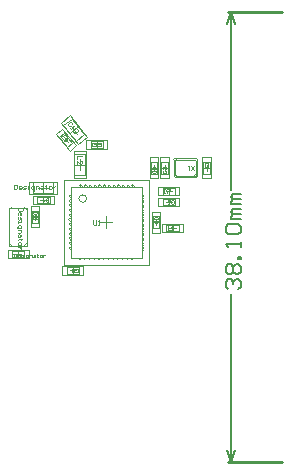
<source format=gbp>
G04 Layer_Color=128*
%FSAX25Y25*%
%MOIN*%
G70*
G01*
G75*
%ADD24C,0.01000*%
%ADD26C,0.00600*%
%ADD29C,0.00800*%
%ADD31C,0.00200*%
%ADD32C,0.00300*%
%ADD33C,0.00394*%
D24*
X0040700Y-0080000D02*
X0058700D01*
X0040700Y0070000D02*
X0058700D01*
D26*
X0040634Y-0022428D02*
X0039801Y-0021595D01*
Y-0019929D01*
X0040634Y-0019096D01*
X0041467D01*
X0042300Y-0019929D01*
Y-0020762D01*
Y-0019929D01*
X0043133Y-0019096D01*
X0043966D01*
X0044799Y-0019929D01*
Y-0021595D01*
X0043966Y-0022428D01*
X0040634Y-0017430D02*
X0039801Y-0016597D01*
Y-0014931D01*
X0040634Y-0014098D01*
X0041467D01*
X0042300Y-0014931D01*
X0043133Y-0014098D01*
X0043966D01*
X0044799Y-0014931D01*
Y-0016597D01*
X0043966Y-0017430D01*
X0043133D01*
X0042300Y-0016597D01*
X0041467Y-0017430D01*
X0040634D01*
X0042300Y-0016597D02*
Y-0014931D01*
X0044799Y-0012431D02*
X0043966D01*
Y-0011598D01*
X0044799D01*
Y-0012431D01*
Y-0008266D02*
Y-0006600D01*
Y-0007433D01*
X0039801D01*
X0040634Y-0008266D01*
Y-0004101D02*
X0039801Y-0003268D01*
Y-0001602D01*
X0040634Y-0000769D01*
X0043966D01*
X0044799Y-0001602D01*
Y-0003268D01*
X0043966Y-0004101D01*
X0040634D01*
X0044799Y0000898D02*
X0041467D01*
Y0001731D01*
X0042300Y0002564D01*
X0044799D01*
X0042300D01*
X0041467Y0003397D01*
X0042300Y0004230D01*
X0044799D01*
Y0005896D02*
X0041467D01*
Y0006729D01*
X0042300Y0007562D01*
X0044799D01*
X0042300D01*
X0041467Y0008395D01*
X0042300Y0009228D01*
X0044799D01*
D29*
X0041700Y-0080000D02*
Y-0024028D01*
Y0010828D02*
Y0070000D01*
Y-0080000D02*
X0043033Y-0076000D01*
X0040367D02*
X0041700Y-0080000D01*
X0040367Y0066000D02*
X0041700Y0070000D01*
X0043033Y0066000D01*
D31*
X-0031471Y-0010483D02*
X-0031467Y-0011683D01*
X-0030867Y-0011681D01*
X-0030668Y-0011480D01*
X-0030670Y-0010680D01*
X-0030871Y-0010481D01*
X-0031471Y-0010483D01*
X-0029667Y-0011677D02*
X-0030067Y-0011678D01*
X-0030268Y-0011479D01*
X-0030269Y-0011079D01*
X-0030070Y-0010878D01*
X-0029670Y-0010877D01*
X-0029470Y-0011076D01*
X-0029469Y-0011276D01*
X-0030269Y-0011279D01*
X-0029068Y-0011675D02*
X-0028468Y-0011673D01*
X-0028269Y-0011472D01*
X-0028469Y-0011273D01*
X-0028869Y-0011274D01*
X-0029070Y-0011075D01*
X-0028870Y-0010874D01*
X-0028271Y-0010872D01*
X-0027868Y-0011671D02*
X-0027468Y-0011670D01*
X-0027668Y-0011670D01*
X-0027671Y-0010870D01*
X-0027871Y-0010871D01*
X-0026467Y-0012066D02*
X-0026267Y-0012065D01*
X-0026068Y-0011865D01*
X-0026071Y-0010865D01*
X-0026671Y-0010867D01*
X-0026870Y-0011068D01*
X-0026869Y-0011468D01*
X-0026669Y-0011667D01*
X-0026069Y-0011665D01*
X-0025669Y-0011664D02*
X-0025671Y-0010864D01*
X-0025072Y-0010862D01*
X-0024871Y-0011061D01*
X-0024869Y-0011661D01*
X-0024272Y-0010859D02*
X-0023872Y-0010858D01*
X-0023672Y-0011057D01*
X-0023670Y-0011657D01*
X-0024269Y-0011659D01*
X-0024470Y-0011460D01*
X-0024271Y-0011259D01*
X-0023671Y-0011257D01*
X-0023073Y-0010655D02*
X-0023072Y-0010855D01*
X-0023272Y-0010856D01*
X-0022872Y-0010855D01*
X-0023072Y-0010855D01*
X-0023070Y-0011455D01*
X-0022870Y-0011654D01*
X-0022070Y-0011652D02*
X-0021670Y-0011650D01*
X-0021471Y-0011450D01*
X-0021472Y-0011050D01*
X-0021673Y-0010851D01*
X-0022073Y-0010852D01*
X-0022272Y-0011052D01*
X-0022271Y-0011452D01*
X-0022070Y-0011652D01*
X-0021073Y-0010849D02*
X-0021070Y-0011648D01*
X-0021072Y-0011248D01*
X-0020872Y-0011048D01*
X-0020673Y-0010847D01*
X-0020473Y-0010847D01*
X-0004100Y0026300D02*
X-0004300Y0026500D01*
X-0004700D01*
X-0004900Y0026300D01*
Y0025500D01*
X-0004700Y0025300D01*
X-0004300D01*
X-0004100Y0025500D01*
X-0003700Y0025300D02*
X-0003300D01*
X-0003500D01*
Y0026500D01*
X-0003700Y0026300D01*
X-0002701D02*
X-0002501Y0026500D01*
X-0002101D01*
X-0001901Y0026300D01*
Y0026100D01*
X-0002101Y0025900D01*
X-0002301D01*
X-0002101D01*
X-0001901Y0025700D01*
Y0025500D01*
X-0002101Y0025300D01*
X-0002501D01*
X-0002701Y0025500D01*
X-0014131Y0029108D02*
X-0015049Y0028337D01*
X-0014536Y0027724D01*
X-0013513Y0028060D02*
X-0013231Y0028036D01*
X-0012974Y0027729D01*
X-0012999Y0027448D01*
X-0013152Y0027319D01*
X-0013433Y0027344D01*
X-0013562Y0027497D01*
X-0013433Y0027344D01*
X-0013458Y0027062D01*
X-0013611Y0026934D01*
X-0013893Y0026958D01*
X-0014150Y0027264D01*
X-0014125Y0027546D01*
X0020400Y-0001400D02*
Y-0002600D01*
X0021200D01*
X0021600D02*
X0022000D01*
X0021800D01*
Y-0001400D01*
X0021600Y-0001600D01*
X-0023400Y0002700D02*
X-0023200Y0002900D01*
Y0003300D01*
X-0023400Y0003500D01*
X-0024200D01*
X-0024400Y0003300D01*
Y0002900D01*
X-0024200Y0002700D01*
X-0024400Y0002300D02*
Y0001901D01*
Y0002101D01*
X-0023200D01*
X-0023400Y0002300D01*
X-0024400Y0001301D02*
Y0000901D01*
Y0001101D01*
X-0023200D01*
X-0023400Y0001301D01*
X0015500Y0017200D02*
X0015300Y0017000D01*
Y0016601D01*
X0015500Y0016401D01*
X0016299D01*
X0016499Y0016601D01*
Y0017000D01*
X0016299Y0017200D01*
X0015500Y0017600D02*
X0015300Y0017800D01*
Y0018200D01*
X0015500Y0018400D01*
X0015700D01*
X0015900Y0018200D01*
X0016100Y0018400D01*
X0016299D01*
X0016499Y0018200D01*
Y0017800D01*
X0016299Y0017600D01*
X0016100D01*
X0015900Y0017800D01*
X0015700Y0017600D01*
X0015500D01*
X0015900Y0017800D02*
Y0018200D01*
X0019900Y0010700D02*
X0019700Y0010900D01*
X0019300D01*
X0019100Y0010700D01*
Y0009900D01*
X0019300Y0009700D01*
X0019700D01*
X0019900Y0009900D01*
X0020300Y0010900D02*
X0021099D01*
Y0010700D01*
X0020300Y0009900D01*
Y0009700D01*
X0021700Y0006400D02*
X0021900Y0006200D01*
X0022300D01*
X0022500Y0006400D01*
Y0007200D01*
X0022300Y0007400D01*
X0021900D01*
X0021700Y0007200D01*
X0020501Y0006200D02*
X0020900Y0006400D01*
X0021300Y0006800D01*
Y0007200D01*
X0021101Y0007400D01*
X0020701D01*
X0020501Y0007200D01*
Y0007000D01*
X0020701Y0006800D01*
X0021300D01*
X-0010300Y-0016500D02*
X-0010100Y-0016700D01*
X-0009700D01*
X-0009500Y-0016500D01*
Y-0015700D01*
X-0009700Y-0015500D01*
X-0010100D01*
X-0010300Y-0015700D01*
X-0011499Y-0016700D02*
X-0010700D01*
Y-0016100D01*
X-0011100Y-0016300D01*
X-0011299D01*
X-0011499Y-0016100D01*
Y-0015700D01*
X-0011299Y-0015500D01*
X-0010900D01*
X-0010700Y-0015700D01*
X-0020100Y0007000D02*
X-0019900Y0006800D01*
X-0019500D01*
X-0019300Y0007000D01*
Y0007800D01*
X-0019500Y0008000D01*
X-0019900D01*
X-0020100Y0007800D01*
X-0021099Y0008000D02*
Y0006800D01*
X-0020500Y0007400D01*
X-0021299D01*
X0016900Y0000900D02*
X0017100Y0001100D01*
Y0001500D01*
X0016900Y0001700D01*
X0016100D01*
X0015900Y0001500D01*
Y0001100D01*
X0016100Y0000900D01*
X0016900Y0000500D02*
X0017100Y0000301D01*
Y-0000099D01*
X0016900Y-0000299D01*
X0016700D01*
X0016500Y-0000099D01*
Y0000100D01*
Y-0000099D01*
X0016300Y-0000299D01*
X0016100D01*
X0015900Y-0000099D01*
Y0000301D01*
X0016100Y0000500D01*
X0019000Y0017200D02*
X0018800Y0017000D01*
Y0016601D01*
X0019000Y0016401D01*
X0019799D01*
X0019999Y0016601D01*
Y0017000D01*
X0019799Y0017200D01*
X0019999Y0018400D02*
Y0017600D01*
X0019200Y0018400D01*
X0019000D01*
X0018800Y0018200D01*
Y0017800D01*
X0019000Y0017600D01*
X0033799Y0019001D02*
X0033999Y0019201D01*
Y0019601D01*
X0033799Y0019801D01*
X0032999D01*
X0032799Y0019601D01*
Y0019201D01*
X0032999Y0019001D01*
X0032799Y0018601D02*
Y0018201D01*
Y0018401D01*
X0033999D01*
X0033799Y0018601D01*
D32*
X-0027900Y0004799D02*
X-0029400D01*
Y0004050D01*
X-0029150Y0003799D01*
X-0028150D01*
X-0027900Y0004050D01*
Y0004799D01*
X-0029400Y0002550D02*
Y0003050D01*
X-0029150Y0003300D01*
X-0028650D01*
X-0028400Y0003050D01*
Y0002550D01*
X-0028650Y0002300D01*
X-0028900D01*
Y0003300D01*
X-0029400Y0001800D02*
Y0001050D01*
X-0029150Y0000800D01*
X-0028900Y0001050D01*
Y0001550D01*
X-0028650Y0001800D01*
X-0028400Y0001550D01*
Y0000800D01*
X-0029400Y0000301D02*
Y-0000199D01*
Y0000051D01*
X-0028400D01*
Y0000301D01*
X-0029900Y-0001449D02*
Y-0001699D01*
X-0029650Y-0001949D01*
X-0028400D01*
Y-0001199D01*
X-0028650Y-0000949D01*
X-0029150D01*
X-0029400Y-0001199D01*
Y-0001949D01*
Y-0002448D02*
X-0028400D01*
Y-0003198D01*
X-0028650Y-0003448D01*
X-0029400D01*
X-0028400Y-0004198D02*
Y-0004698D01*
X-0028650Y-0004948D01*
X-0029400D01*
Y-0004198D01*
X-0029150Y-0003948D01*
X-0028900Y-0004198D01*
Y-0004948D01*
X-0028150Y-0005697D02*
X-0028400D01*
Y-0005447D01*
Y-0005947D01*
Y-0005697D01*
X-0029150D01*
X-0029400Y-0005947D01*
Y-0006947D02*
Y-0007447D01*
X-0029150Y-0007697D01*
X-0028650D01*
X-0028400Y-0007447D01*
Y-0006947D01*
X-0028650Y-0006697D01*
X-0029150D01*
X-0029400Y-0006947D01*
X-0028400Y-0008197D02*
X-0029400D01*
X-0028900D01*
X-0028650Y-0008447D01*
X-0028400Y-0008697D01*
Y-0008946D01*
X-0030715Y0012472D02*
Y0010973D01*
X-0029965D01*
X-0029715Y0011223D01*
Y0012223D01*
X-0029965Y0012472D01*
X-0030715D01*
X-0028466Y0010973D02*
X-0028965D01*
X-0029215Y0011223D01*
Y0011723D01*
X-0028965Y0011973D01*
X-0028466D01*
X-0028216Y0011723D01*
Y0011473D01*
X-0029215D01*
X-0027716Y0010973D02*
X-0026966D01*
X-0026716Y0011223D01*
X-0026966Y0011473D01*
X-0027466D01*
X-0027716Y0011723D01*
X-0027466Y0011973D01*
X-0026716D01*
X-0026216Y0010973D02*
X-0025716D01*
X-0025966D01*
Y0011973D01*
X-0026216D01*
X-0024467Y0010473D02*
X-0024217D01*
X-0023967Y0010723D01*
Y0011973D01*
X-0024717D01*
X-0024967Y0011723D01*
Y0011223D01*
X-0024717Y0010973D01*
X-0023967D01*
X-0023467D02*
Y0011973D01*
X-0022717D01*
X-0022467Y0011723D01*
Y0010973D01*
X-0021718Y0011973D02*
X-0021218D01*
X-0020968Y0011723D01*
Y0010973D01*
X-0021718D01*
X-0021968Y0011223D01*
X-0021718Y0011473D01*
X-0020968D01*
X-0020218Y0012223D02*
Y0011973D01*
X-0020468D01*
X-0019968D01*
X-0020218D01*
Y0011223D01*
X-0019968Y0010973D01*
X-0018969D02*
X-0018469D01*
X-0018219Y0011223D01*
Y0011723D01*
X-0018469Y0011973D01*
X-0018969D01*
X-0019218Y0011723D01*
Y0011223D01*
X-0018969Y0010973D01*
X-0017719Y0011973D02*
Y0010973D01*
Y0011473D01*
X-0017469Y0011723D01*
X-0017219Y0011973D01*
X-0016969D01*
X0029155Y0017389D02*
X0028156Y0018888D01*
Y0017389D02*
X0029155Y0018888D01*
X0027656D02*
X0027156D01*
X0027406D01*
Y0017389D01*
X0027656Y0017639D01*
X-0004331Y0000712D02*
Y-0000538D01*
X-0004081Y-0000787D01*
X-0003581D01*
X-0003331Y-0000538D01*
Y0000712D01*
X-0002831Y-0000787D02*
X-0002331D01*
X-0002581D01*
Y0000712D01*
X-0002831Y0000462D01*
X-0008188Y0021976D02*
X-0009687D01*
Y0020977D01*
Y0019477D02*
Y0020477D01*
X-0008688Y0019477D01*
X-0008438D01*
X-0008188Y0019727D01*
Y0020227D01*
X-0008438Y0020477D01*
X-0011358Y0032565D02*
X-0011327Y0032917D01*
X-0011648Y0033300D01*
X-0012000Y0033331D01*
X-0012766Y0032688D01*
X-0012797Y0032336D01*
X-0012476Y0031953D01*
X-0012124Y0031922D01*
X-0011994Y0031379D02*
X-0011672Y0030996D01*
X-0011833Y0031187D01*
X-0010684Y0032151D01*
X-0011037Y0032182D01*
X-0010233Y0031225D02*
X-0009881Y0031194D01*
X-0009560Y0030811D01*
X-0009591Y0030459D01*
X-0010357Y0029816D01*
X-0010709Y0029847D01*
X-0011030Y0030230D01*
X-0010999Y0030582D01*
X-0010233Y0031225D01*
D33*
X0022856Y0014951D02*
G03*
X0022462Y0015345I-0000394J0000000D01*
G01*
Y0020857D02*
G03*
X0022856Y0021250I0000000J0000394D01*
G01*
X0029943D02*
G03*
X0030336Y0020857I0000394J0000000D01*
G01*
Y0015345D02*
G03*
X0029943Y0014951I0000000J-0000394D01*
G01*
X0023368Y0020739D02*
G03*
X0022974Y0020345I0000000J-0000394D01*
G01*
X0029825D02*
G03*
X0029431Y0020739I-0000394J0000000D01*
G01*
X0022974Y0015857D02*
G03*
X0023368Y0015463I0000394J0000000D01*
G01*
X0029431D02*
G03*
X0029825Y0015857I0000000J0000394D01*
G01*
X-0012090Y0007564D02*
G03*
X-0012090Y0006814I0000000J-0000375D01*
G01*
Y0005990D02*
G03*
X-0012090Y0005240I0000000J-0000375D01*
G01*
Y0004415D02*
G03*
X-0012090Y0003665I0000000J-0000375D01*
G01*
Y0002840D02*
G03*
X-0012090Y0002090I0000000J-0000375D01*
G01*
Y0001265D02*
G03*
X-0012090Y0000515I0000000J-0000375D01*
G01*
Y-0000310D02*
G03*
X-0012090Y-0001060I0000000J-0000375D01*
G01*
Y-0001884D02*
G03*
X-0012090Y-0002634I0000000J-0000375D01*
G01*
Y-0003459D02*
G03*
X-0012090Y-0004209I0000000J-0000375D01*
G01*
Y-0005034D02*
G03*
X-0012090Y-0005784I0000000J-0000375D01*
G01*
Y-0006609D02*
G03*
X-0012090Y-0007359I0000000J-0000375D01*
G01*
Y-0008184D02*
G03*
X-0012090Y-0008934I0000000J-0000375D01*
G01*
Y0009139D02*
G03*
X-0012090Y0008389I0000000J-0000375D01*
G01*
X-0006615Y0007874D02*
G03*
X-0006615Y0007874I-0001259J0000000D01*
G01*
X-0009139Y-0012090D02*
G03*
X-0008389Y-0012090I0000375J0000000D01*
G01*
X0008184D02*
G03*
X0008934Y-0012090I0000375J0000000D01*
G01*
X0006609D02*
G03*
X0007359Y-0012090I0000375J0000000D01*
G01*
X0005034D02*
G03*
X0005784Y-0012090I0000375J0000000D01*
G01*
X0003459Y-0012090D02*
G03*
X0004209Y-0012090I0000375J0000000D01*
G01*
X0001884D02*
G03*
X0002634Y-0012090I0000375J0000000D01*
G01*
X0000310D02*
G03*
X0001060Y-0012090I0000375J0000000D01*
G01*
X-0001265Y-0012090D02*
G03*
X-0000515Y-0012090I0000375J0000000D01*
G01*
X-0002840Y-0012090D02*
G03*
X-0002090Y-0012090I0000375J0000000D01*
G01*
X-0004415Y-0012090D02*
G03*
X-0003665Y-0012090I0000375J0000000D01*
G01*
X-0005990D02*
G03*
X-0005240Y-0012090I0000375J0000000D01*
G01*
X-0007564D02*
G03*
X-0006814Y-0012090I0000375J0000000D01*
G01*
X0012090Y-0009139D02*
G03*
X0012090Y-0008389I0000000J0000375D01*
G01*
Y0008184D02*
G03*
X0012090Y0008934I0000000J0000375D01*
G01*
Y0006609D02*
G03*
X0012090Y0007359I0000000J0000375D01*
G01*
Y0005034D02*
G03*
X0012090Y0005784I0000000J0000375D01*
G01*
X0012090Y0003459D02*
G03*
X0012090Y0004209I0000000J0000375D01*
G01*
Y0001884D02*
G03*
X0012090Y0002634I0000000J0000375D01*
G01*
Y0000310D02*
G03*
X0012090Y0001060I0000000J0000375D01*
G01*
X0012090Y-0001265D02*
G03*
X0012090Y-0000515I0000000J0000375D01*
G01*
X0012090Y-0002840D02*
G03*
X0012090Y-0002090I0000000J0000375D01*
G01*
X0012090Y-0004415D02*
G03*
X0012090Y-0003665I0000000J0000375D01*
G01*
Y-0005990D02*
G03*
X0012090Y-0005240I0000000J0000375D01*
G01*
Y-0007564D02*
G03*
X0012090Y-0006814I0000000J0000375D01*
G01*
X0009139Y0012090D02*
G03*
X0008389Y0012090I-0000375J0000000D01*
G01*
X-0008184D02*
G03*
X-0008934Y0012090I-0000375J0000000D01*
G01*
X-0006609D02*
G03*
X-0007359Y0012090I-0000375J0000000D01*
G01*
X-0005034D02*
G03*
X-0005784Y0012090I-0000375J0000000D01*
G01*
X-0003459Y0012090D02*
G03*
X-0004209Y0012090I-0000375J0000000D01*
G01*
X-0001884D02*
G03*
X-0002634Y0012090I-0000375J0000000D01*
G01*
X-0000310D02*
G03*
X-0001060Y0012090I-0000375J0000000D01*
G01*
X0001265Y0012090D02*
G03*
X0000515Y0012090I-0000375J0000000D01*
G01*
X0002840Y0012090D02*
G03*
X0002090Y0012090I-0000375J0000000D01*
G01*
X0004415Y0012090D02*
G03*
X0003665Y0012090I-0000375J0000000D01*
G01*
X0005990D02*
G03*
X0005240Y0012090I-0000375J0000000D01*
G01*
X0007564D02*
G03*
X0006814Y0012090I-0000375J0000000D01*
G01*
X-0017653Y0009728D02*
Y0013272D01*
X-0024347Y0009728D02*
Y0013272D01*
Y0009728D02*
X-0017653D01*
X-0024347Y0013272D02*
X-0017653D01*
X-0005267Y0024817D02*
X-0001133D01*
X-0005267Y0026983D02*
X-0001133D01*
Y0024817D02*
Y0026983D01*
X-0005267Y0024817D02*
Y0026983D01*
X-0032353Y-0007799D02*
Y0004799D01*
X-0026447D01*
Y-0007799D02*
Y0004799D01*
X-0032353Y-0007799D02*
X-0026447D01*
X0030336Y0015345D02*
Y0020857D01*
X0022856Y0021250D02*
X0029943D01*
X0022462Y0015345D02*
Y0020857D01*
X0022856Y0014951D02*
X0029943D01*
X0023368Y0020739D02*
X0029431D01*
X0023368Y0015463D02*
X0029431D01*
X0029825Y0015857D02*
Y0020345D01*
X0022974Y0015857D02*
Y0020345D01*
X-0011811Y-0011811D02*
X0011811D01*
X-0011811Y0011811D02*
X0011811D01*
Y-0011811D02*
Y0011811D01*
X-0012090Y0006814D02*
X-0011811D01*
X-0012090Y0007564D02*
X-0011811D01*
X-0012090Y0005240D02*
X-0011811D01*
X-0012090Y0005990D02*
X-0011811D01*
X-0012090Y0003665D02*
X-0011811D01*
X-0012090Y0004415D02*
X-0011811D01*
X-0012090Y0002090D02*
X-0011811D01*
X-0012090Y0002840D02*
X-0011811D01*
X-0012090Y0000515D02*
X-0011811D01*
X-0012090Y0001265D02*
X-0011811D01*
X-0012090Y-0001060D02*
X-0011811D01*
X-0012090Y-0000310D02*
X-0011811D01*
X-0012090Y-0002634D02*
X-0011811D01*
X-0012090Y-0001884D02*
X-0011811D01*
X-0012090Y-0004209D02*
X-0011811D01*
X-0012090Y-0003459D02*
X-0011811D01*
X-0012090Y-0005784D02*
X-0011811D01*
X-0012090Y-0005034D02*
X-0011811D01*
X-0012090Y-0007359D02*
X-0011811D01*
X-0012090Y-0006609D02*
X-0011811D01*
X-0012090Y-0008934D02*
X-0011811D01*
X-0012090Y-0008184D02*
X-0011811D01*
X-0012090Y0008389D02*
X-0011811D01*
X-0012090Y0009139D02*
X-0011811D01*
X-0011811Y-0011811D02*
Y0011811D01*
X-0009139Y-0012090D02*
Y-0011811D01*
X-0008389Y-0012090D02*
Y-0011811D01*
X0008184Y-0012090D02*
Y-0011811D01*
X0008934Y-0012090D02*
Y-0011811D01*
X0006609Y-0012090D02*
Y-0011811D01*
X0007359Y-0012090D02*
Y-0011811D01*
X0005034Y-0012090D02*
Y-0011811D01*
X0005784Y-0012090D02*
Y-0011811D01*
X0003459Y-0012090D02*
Y-0011811D01*
X0004209Y-0012090D02*
Y-0011811D01*
X0001884Y-0012090D02*
Y-0011811D01*
X0002634D02*
X0002634Y-0012090D01*
X0000310Y-0012090D02*
Y-0011811D01*
X0001060Y-0012090D02*
Y-0011811D01*
X-0001265Y-0012090D02*
Y-0011811D01*
X-0000515Y-0012090D02*
Y-0011811D01*
X-0002840Y-0012090D02*
X-0002840Y-0011811D01*
X-0002090Y-0012090D02*
Y-0011811D01*
X-0004415D02*
X-0004415Y-0012090D01*
X-0003665Y-0012090D02*
Y-0011811D01*
X-0005990Y-0012090D02*
Y-0011811D01*
X-0005240Y-0012090D02*
Y-0011811D01*
X-0007564D02*
X-0007564Y-0012090D01*
X-0006814Y-0012090D02*
Y-0011811D01*
X0011811Y-0009139D02*
X0012090D01*
X0011811Y-0008389D02*
X0012090D01*
X0011811Y0008184D02*
X0012090D01*
X0011811Y0008934D02*
X0012090D01*
X0011811Y0006609D02*
X0012090D01*
X0011811Y0007359D02*
X0012090D01*
X0011811Y0005034D02*
X0012090D01*
X0011811Y0005784D02*
X0012090D01*
X0011811Y0003459D02*
X0012090D01*
X0011811Y0004209D02*
X0012090D01*
X0011811Y0001884D02*
X0012090D01*
X0011811Y0002634D02*
X0012090Y0002634D01*
X0011811Y0000310D02*
X0012090D01*
X0011811Y0001060D02*
X0012090D01*
X0011811Y-0001265D02*
X0012090D01*
X0011811Y-0000515D02*
X0012090D01*
X0011811Y-0002840D02*
X0012090Y-0002840D01*
X0011811Y-0002090D02*
X0012090D01*
X0011811Y-0004415D02*
X0012090Y-0004415D01*
X0011811Y-0003665D02*
X0012090D01*
X0011811Y-0005990D02*
X0012090D01*
X0011811Y-0005240D02*
X0012090D01*
X0011811Y-0007564D02*
X0012090Y-0007564D01*
X0011811Y-0006814D02*
X0012090D01*
X0009139Y0011811D02*
Y0012090D01*
X0008389Y0011811D02*
Y0012090D01*
X-0008184Y0011811D02*
Y0012090D01*
X-0008934Y0011811D02*
Y0012090D01*
X-0006609Y0011811D02*
Y0012090D01*
X-0007359Y0011811D02*
Y0012090D01*
X-0005034Y0011811D02*
Y0012090D01*
X-0005784Y0011811D02*
Y0012090D01*
X-0003459Y0011811D02*
Y0012090D01*
X-0004209Y0011811D02*
Y0012090D01*
X-0001884Y0011811D02*
Y0012090D01*
X-0002634Y0012090D02*
X-0002634Y0011811D01*
X-0000310D02*
Y0012090D01*
X-0001060Y0011811D02*
Y0012090D01*
X0001265Y0011811D02*
Y0012090D01*
X0000515Y0011811D02*
Y0012090D01*
X0002840Y0011811D02*
X0002840Y0012090D01*
X0002090Y0011811D02*
Y0012090D01*
X0004415Y0012090D02*
X0004415Y0011811D01*
X0003665D02*
Y0012090D01*
X0005990Y0011811D02*
Y0012090D01*
X0005240Y0011811D02*
Y0012090D01*
X0007564Y0012090D02*
X0007564Y0011811D01*
X0006814D02*
Y0012090D01*
X-0015655Y0028307D02*
X-0013996Y0029699D01*
X-0012998Y0025141D02*
X-0011339Y0026533D01*
X-0013996Y0029699D02*
X-0011339Y0026533D01*
X-0015655Y0028307D02*
X-0012998Y0025141D01*
X-0010672Y0015874D02*
Y0022567D01*
X-0007128Y0015874D02*
Y0022567D01*
X-0010672Y0015874D02*
X-0007128D01*
X-0010672Y0022567D02*
X-0007128D01*
X0020033Y-0003083D02*
Y-0000917D01*
X0024167Y-0003083D02*
Y-0000917D01*
X0020033D02*
X0024167D01*
X0020033Y-0003083D02*
X0024167D01*
X-0024883Y-0000267D02*
Y0003867D01*
X-0022717Y-0000267D02*
Y0003867D01*
X-0024883Y-0000267D02*
X-0022717D01*
X-0024883Y0003867D02*
X-0022717D01*
X-0014305Y0032245D02*
X-0011591Y0034522D01*
X-0010003Y0027118D02*
X-0007289Y0029395D01*
X-0011591Y0034522D02*
X-0007289Y0029395D01*
X-0014305Y0032245D02*
X-0010003Y0027118D01*
X0016982Y0016034D02*
Y0020168D01*
X0014817Y0016034D02*
Y0020168D01*
X0016982D01*
X0014817Y0016034D02*
X0016982D01*
X0018733Y0009217D02*
X0022867D01*
X0018733Y0011383D02*
X0022867D01*
Y0009217D02*
Y0011383D01*
X0018733Y0009217D02*
Y0011383D01*
Y0007883D02*
X0022867D01*
X0018733Y0005717D02*
X0022867D01*
X0018733D02*
Y0007883D01*
X0022867Y0005717D02*
Y0007883D01*
X-0013267Y-0015017D02*
X-0009133D01*
X-0013267Y-0017183D02*
X-0009133D01*
X-0013267D02*
Y-0015017D01*
X-0009133Y-0017183D02*
Y-0015017D01*
X-0023067Y0008483D02*
X-0018933D01*
X-0023067Y0006317D02*
X-0018933D01*
X-0023067D02*
Y0008483D01*
X-0018933Y0006317D02*
Y0008483D01*
X0015417Y-0002067D02*
Y0002067D01*
X0017583Y-0002067D02*
Y0002067D01*
X0015417Y-0002067D02*
X0017583D01*
X0015417Y0002067D02*
X0017583D01*
X0020482Y0016034D02*
Y0020168D01*
X0018317Y0016034D02*
Y0020168D01*
X0020482D01*
X0018317Y0016034D02*
X0020482D01*
X0032317D02*
Y0020168D01*
X0034482Y0016034D02*
Y0020168D01*
X0032317Y0016034D02*
X0034482D01*
X0032317Y0020168D02*
X0034482D01*
X-0031467Y-0009517D02*
X-0027333D01*
X-0031467Y-0011683D02*
X-0027333D01*
X-0031467D02*
Y-0009517D01*
X-0027333Y-0011683D02*
Y-0009517D01*
X-0026447Y-0007012D02*
G03*
X-0027235Y-0007799I-0000000J-0000787D01*
G01*
X-0031565D02*
G03*
X-0032353Y-0007012I-0000787J0000000D01*
G01*
X-0032353Y0004012D02*
G03*
X-0031565Y0004799I0000000J0000787D01*
G01*
X-0027235D02*
G03*
X-0026447Y0004012I0000787J0000000D01*
G01*
X-0022772Y0011500D02*
X-0019228D01*
X-0021000Y0009728D02*
Y0013272D01*
X-0025626Y0013468D02*
X-0016374D01*
X-0025626Y0009532D02*
X-0016374D01*
X-0025626D02*
Y0013468D01*
X-0016374Y0009532D02*
Y0013468D01*
X-0003200Y0024817D02*
Y0026983D01*
X-0004283Y0025900D02*
X-0002117D01*
X-0006743Y0024522D02*
Y0027278D01*
X0000343Y0024522D02*
Y0027278D01*
X-0006743D02*
X0000343D01*
X-0006743Y0024522D02*
X0000343D01*
X-0031565Y-0007799D02*
X-0027235D01*
X-0032353Y-0007012D02*
Y0004012D01*
X-0031565Y0004799D02*
X-0027235D01*
X-0026447Y-0007012D02*
Y0004012D01*
X0000000Y-0001969D02*
Y0001969D01*
X-0001969Y0000000D02*
X0001969D01*
X-0014173Y-0014173D02*
X0014173D01*
X-0014173Y0014173D02*
X0014173D01*
Y-0014173D02*
Y0014173D01*
X-0014173Y-0014173D02*
Y0014173D01*
X-0016830Y0029249D02*
X-0014719Y0031020D01*
X-0012275Y0023820D02*
X-0010164Y0025591D01*
X-0014719Y0031020D02*
X-0010164Y0025591D01*
X-0016830Y0029249D02*
X-0012275Y0023820D01*
X-0014193Y0028249D02*
X-0012801Y0026591D01*
X-0014327Y0026724D02*
X-0012668Y0028116D01*
X-0010672Y0019220D02*
X-0007128D01*
X-0008900Y0017449D02*
Y0020992D01*
X-0010869Y0023846D02*
X-0006932D01*
X-0010869Y0014594D02*
X-0006932D01*
Y0023846D01*
X-0010869Y0014594D02*
Y0023846D01*
X0018557Y-0003378D02*
Y-0000622D01*
X0025643Y-0003378D02*
Y-0000622D01*
X0018557D02*
X0025643D01*
X0018557Y-0003378D02*
X0025643D01*
X0021017Y-0002000D02*
X0023183D01*
X0022100Y-0003083D02*
Y-0000917D01*
X-0024883Y0001800D02*
X-0022717D01*
X-0023800Y0000717D02*
Y0002883D01*
X-0025178Y0005343D02*
X-0022422D01*
X-0025178Y-0001743D02*
X-0022422D01*
Y0005343D01*
X-0025178Y-0001743D02*
Y0005343D01*
X-0011936Y0032177D02*
X-0009658Y0029463D01*
X-0012154Y0029681D02*
X-0009440Y0031959D01*
X-0015279Y0033098D02*
X-0009332Y0026011D01*
X-0012263Y0035629D02*
X-0006316Y0028542D01*
X-0009332Y0026011D02*
X-0006316Y0028542D01*
X-0015279Y0033098D02*
X-0012263Y0035629D01*
X0014817Y0018101D02*
X0016982D01*
X0015899Y0017018D02*
Y0019183D01*
X0014521Y0014557D02*
X0017277D01*
X0014521Y0021644D02*
X0017277D01*
X0014521Y0014557D02*
Y0021644D01*
X0017277Y0014557D02*
Y0021644D01*
X0020800Y0009217D02*
Y0011383D01*
X0019717Y0010300D02*
X0021883D01*
X0017257Y0008922D02*
Y0011678D01*
X0024343Y0008922D02*
Y0011678D01*
X0017257D02*
X0024343D01*
X0017257Y0008922D02*
X0024343D01*
X0020800Y0005717D02*
Y0007883D01*
X0019717Y0006800D02*
X0021883D01*
X0024343Y0005422D02*
Y0008178D01*
X0017257Y0005422D02*
Y0008178D01*
Y0005422D02*
X0024343D01*
X0017257Y0008178D02*
X0024343D01*
X-0011200Y-0017183D02*
Y-0015017D01*
X-0012283Y-0016100D02*
X-0010117D01*
X-0007657Y-0017478D02*
Y-0014722D01*
X-0014743Y-0017478D02*
Y-0014722D01*
Y-0017478D02*
X-0007657D01*
X-0014743Y-0014722D02*
X-0007657D01*
X-0021000Y0006317D02*
Y0008483D01*
X-0022083Y0007400D02*
X-0019917D01*
X-0017457Y0006022D02*
Y0008778D01*
X-0024543Y0006022D02*
Y0008778D01*
Y0006022D02*
X-0017457D01*
X-0024543Y0008778D02*
X-0017457D01*
X0015417Y0000000D02*
X0017583D01*
X0016500Y-0001083D02*
Y0001083D01*
X0015122Y0003543D02*
X0017878D01*
X0015122Y-0003543D02*
X0017878D01*
Y0003543D01*
X0015122Y-0003543D02*
Y0003543D01*
X0018317Y0018101D02*
X0020482D01*
X0019399Y0017018D02*
Y0019183D01*
X0018021Y0014557D02*
X0020777D01*
X0018021Y0021644D02*
X0020777D01*
X0018021Y0014557D02*
Y0021644D01*
X0020777Y0014557D02*
Y0021644D01*
X0032317Y0018101D02*
X0034482D01*
X0033399Y0017018D02*
Y0019183D01*
X0032021Y0021644D02*
X0034777D01*
X0032021Y0014557D02*
X0034777D01*
Y0021644D01*
X0032021Y0014557D02*
Y0021644D01*
X-0029400Y-0011683D02*
Y-0009517D01*
X-0030483Y-0010600D02*
X-0028317D01*
X-0025857Y-0011978D02*
Y-0009222D01*
X-0032943Y-0011978D02*
Y-0009222D01*
Y-0011978D02*
X-0025857D01*
X-0032943Y-0009222D02*
X-0025857D01*
M02*

</source>
